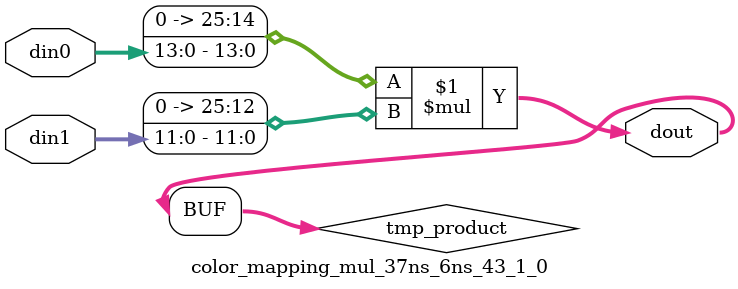
<source format=v>

`timescale 1 ns / 1 ps

 module color_mapping_mul_37ns_6ns_43_1_0(din0, din1, dout);
parameter ID = 1;
parameter NUM_STAGE = 0;
parameter din0_WIDTH = 14;
parameter din1_WIDTH = 12;
parameter dout_WIDTH = 26;

input [din0_WIDTH - 1 : 0] din0; 
input [din1_WIDTH - 1 : 0] din1; 
output [dout_WIDTH - 1 : 0] dout;

wire signed [dout_WIDTH - 1 : 0] tmp_product;
























assign tmp_product = $signed({1'b0, din0}) * $signed({1'b0, din1});











assign dout = tmp_product;





















endmodule

</source>
